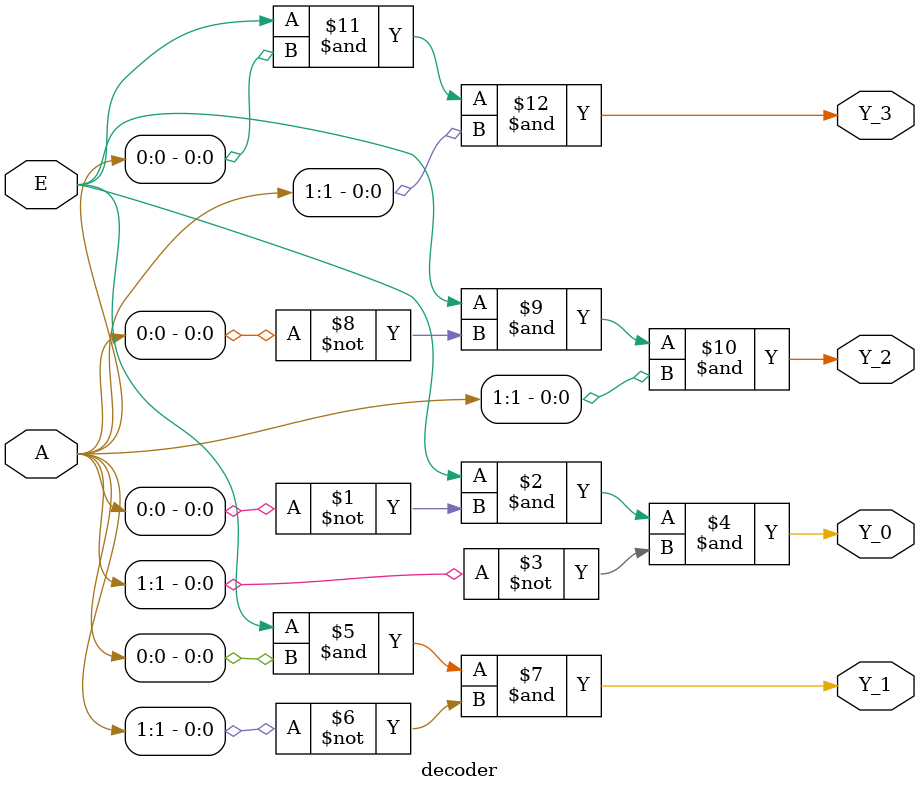
<source format=v>
module decoder(A,E,Y_0,Y_1,Y_2,Y_3);


input [1:0] A;
input E;

output Y_0,Y_1,Y_2,Y_3;

// Defining combinational logic for relevant decoder o/p pins

assign Y_0 = (E) & (~A[0]) & (~A[1]);
assign Y_1 = (E) & (A[0]) & (~A[1]);
assign Y_2 = (E) & (~A[0]) & (A[1]);
assign Y_3 = (E) & (A[0]) & (A[1]);

endmodule

</source>
